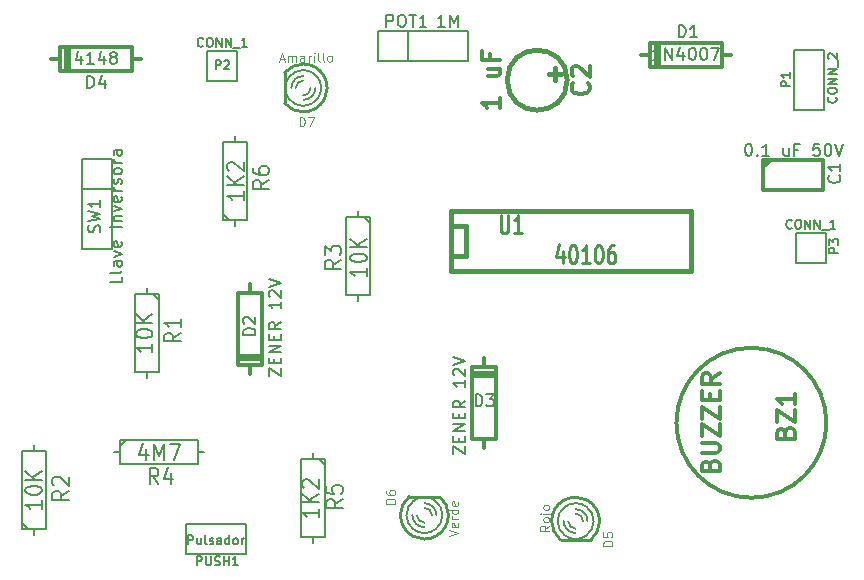
<source format=gto>
G04 (created by PCBNEW (2013-june-11)-stable) date Tue 26 Nov 2013 22:50:24 ART*
%MOIN*%
G04 Gerber Fmt 3.4, Leading zero omitted, Abs format*
%FSLAX34Y34*%
G01*
G70*
G90*
G04 APERTURE LIST*
%ADD10C,0.00590551*%
%ADD11C,0.008*%
%ADD12C,0.006*%
%ADD13C,0.01*%
%ADD14C,0.015*%
%ADD15C,0.012*%
%ADD16C,0.0125*%
%ADD17C,0.0035*%
%ADD18C,0.01125*%
G04 APERTURE END LIST*
G54D10*
G54D11*
X89779Y-42500D02*
X89779Y-42700D01*
X89779Y-45500D02*
X89779Y-45300D01*
X89779Y-45300D02*
X90179Y-45300D01*
X90179Y-45300D02*
X90179Y-42700D01*
X90179Y-42700D02*
X89379Y-42700D01*
X89379Y-42700D02*
X89379Y-45300D01*
X89379Y-45300D02*
X89779Y-45300D01*
X89979Y-42700D02*
X90179Y-42900D01*
X84240Y-37000D02*
X84240Y-37200D01*
X84240Y-40000D02*
X84240Y-39800D01*
X84240Y-39800D02*
X84640Y-39800D01*
X84640Y-39800D02*
X84640Y-37200D01*
X84640Y-37200D02*
X83840Y-37200D01*
X83840Y-37200D02*
X83840Y-39800D01*
X83840Y-39800D02*
X84240Y-39800D01*
X84440Y-37200D02*
X84640Y-37400D01*
X87179Y-34920D02*
X87179Y-34720D01*
X87179Y-31920D02*
X87179Y-32120D01*
X87179Y-32120D02*
X86779Y-32120D01*
X86779Y-32120D02*
X86779Y-34720D01*
X86779Y-34720D02*
X87579Y-34720D01*
X87579Y-34720D02*
X87579Y-32120D01*
X87579Y-32120D02*
X87179Y-32120D01*
X86979Y-34720D02*
X86779Y-34520D01*
X83140Y-42459D02*
X83340Y-42459D01*
X86140Y-42459D02*
X85940Y-42459D01*
X85940Y-42459D02*
X85940Y-42059D01*
X85940Y-42059D02*
X83340Y-42059D01*
X83340Y-42059D02*
X83340Y-42859D01*
X83340Y-42859D02*
X85940Y-42859D01*
X85940Y-42859D02*
X85940Y-42459D01*
X83340Y-42259D02*
X83540Y-42059D01*
X80459Y-45220D02*
X80459Y-45020D01*
X80459Y-42220D02*
X80459Y-42420D01*
X80459Y-42420D02*
X80059Y-42420D01*
X80059Y-42420D02*
X80059Y-45020D01*
X80059Y-45020D02*
X80859Y-45020D01*
X80859Y-45020D02*
X80859Y-42420D01*
X80859Y-42420D02*
X80459Y-42420D01*
X80259Y-45020D02*
X80059Y-44820D01*
X91279Y-34420D02*
X91279Y-34620D01*
X91279Y-37420D02*
X91279Y-37220D01*
X91279Y-37220D02*
X91679Y-37220D01*
X91679Y-37220D02*
X91679Y-34620D01*
X91679Y-34620D02*
X90879Y-34620D01*
X90879Y-34620D02*
X90879Y-37220D01*
X90879Y-37220D02*
X91279Y-37220D01*
X91479Y-34620D02*
X91679Y-34820D01*
G54D12*
X82059Y-32700D02*
X83059Y-32700D01*
X83059Y-32700D02*
X83059Y-35700D01*
X83059Y-35700D02*
X82059Y-35700D01*
X82059Y-35700D02*
X82059Y-32700D01*
X83059Y-33700D02*
X82059Y-33700D01*
X91920Y-29420D02*
X91920Y-28420D01*
X91920Y-28420D02*
X94920Y-28420D01*
X94920Y-28420D02*
X94920Y-29420D01*
X94920Y-29420D02*
X91920Y-29420D01*
X92920Y-28420D02*
X92920Y-29420D01*
X106800Y-31040D02*
X105800Y-31040D01*
X105800Y-31040D02*
X105800Y-29040D01*
X105800Y-29040D02*
X106800Y-29040D01*
X106800Y-29040D02*
X106800Y-31040D01*
X87520Y-44859D02*
X87520Y-45859D01*
X87520Y-45859D02*
X85520Y-45859D01*
X85520Y-45859D02*
X85520Y-44859D01*
X85520Y-44859D02*
X87520Y-44859D01*
X106859Y-36140D02*
X105859Y-36140D01*
X105859Y-35140D02*
X106859Y-35140D01*
X105859Y-36140D02*
X105859Y-35140D01*
X106859Y-35140D02*
X106859Y-36140D01*
X87240Y-30080D02*
X86240Y-30080D01*
X86240Y-29080D02*
X87240Y-29080D01*
X86240Y-30080D02*
X86240Y-29080D01*
X87240Y-29080D02*
X87240Y-30080D01*
G54D13*
X88820Y-29820D02*
X88820Y-30820D01*
G54D12*
X89901Y-30704D02*
G75*
G03X90040Y-30320I-460J384D01*
G74*
G01*
X90039Y-30320D02*
G75*
G03X89888Y-29922I-599J0D01*
G74*
G01*
X88840Y-30320D02*
G75*
G03X88985Y-30709I599J0D01*
G74*
G01*
X88979Y-29935D02*
G75*
G03X88840Y-30320I460J-384D01*
G74*
G01*
X88952Y-30669D02*
G75*
G03X89440Y-30920I487J349D01*
G74*
G01*
X89440Y-30920D02*
G75*
G03X89919Y-30680I0J600D01*
G74*
G01*
X89440Y-29720D02*
G75*
G03X88967Y-29951I0J-599D01*
G74*
G01*
X89913Y-29951D02*
G75*
G03X89440Y-29720I-473J-368D01*
G74*
G01*
X89440Y-30570D02*
G75*
G03X89690Y-30320I0J250D01*
G74*
G01*
X89440Y-30720D02*
G75*
G03X89840Y-30320I0J400D01*
G74*
G01*
X89440Y-30070D02*
G75*
G03X89190Y-30320I0J-250D01*
G74*
G01*
X89440Y-29920D02*
G75*
G03X89040Y-30320I0J-400D01*
G74*
G01*
G54D13*
X88826Y-30833D02*
G75*
G03X89440Y-31120I613J513D01*
G74*
G01*
X89440Y-31119D02*
G75*
G03X90144Y-30696I0J799D01*
G74*
G01*
X89438Y-29521D02*
G75*
G03X88829Y-29804I1J-798D01*
G74*
G01*
X90134Y-29922D02*
G75*
G03X89440Y-29520I-694J-397D01*
G74*
G01*
X90144Y-30699D02*
G75*
G03X90240Y-30320I-704J379D01*
G74*
G01*
X90239Y-30320D02*
G75*
G03X90121Y-29901I-799J0D01*
G74*
G01*
X98020Y-45379D02*
X99020Y-45379D01*
G54D12*
X98904Y-44298D02*
G75*
G03X98520Y-44159I-384J-460D01*
G74*
G01*
X98520Y-44160D02*
G75*
G03X98122Y-44311I0J-599D01*
G74*
G01*
X98520Y-45359D02*
G75*
G03X98910Y-45214I0J599D01*
G74*
G01*
X98136Y-45220D02*
G75*
G03X98520Y-45359I384J460D01*
G74*
G01*
X98869Y-45247D02*
G75*
G03X99120Y-44759I-349J487D01*
G74*
G01*
X99120Y-44759D02*
G75*
G03X98880Y-44280I-600J0D01*
G74*
G01*
X97920Y-44759D02*
G75*
G03X98151Y-45232I599J0D01*
G74*
G01*
X98151Y-44286D02*
G75*
G03X97920Y-44759I368J-473D01*
G74*
G01*
X98770Y-44759D02*
G75*
G03X98520Y-44509I-250J0D01*
G74*
G01*
X98920Y-44759D02*
G75*
G03X98520Y-44359I-400J0D01*
G74*
G01*
X98270Y-44759D02*
G75*
G03X98520Y-45009I250J0D01*
G74*
G01*
X98120Y-44759D02*
G75*
G03X98520Y-45159I400J0D01*
G74*
G01*
G54D13*
X99033Y-45373D02*
G75*
G03X99320Y-44759I-513J613D01*
G74*
G01*
X99319Y-44759D02*
G75*
G03X98896Y-44055I-799J0D01*
G74*
G01*
X97721Y-44761D02*
G75*
G03X98004Y-45370I798J1D01*
G74*
G01*
X98122Y-44065D02*
G75*
G03X97720Y-44759I397J-694D01*
G74*
G01*
X98899Y-44055D02*
G75*
G03X98520Y-43959I-379J-704D01*
G74*
G01*
X98520Y-43960D02*
G75*
G03X98101Y-44078I0J-799D01*
G74*
G01*
X93979Y-43939D02*
X92979Y-43939D01*
G54D12*
X93095Y-45020D02*
G75*
G03X93479Y-45159I384J460D01*
G74*
G01*
X93479Y-45159D02*
G75*
G03X93877Y-45007I0J599D01*
G74*
G01*
X93479Y-43960D02*
G75*
G03X93089Y-44104I0J-599D01*
G74*
G01*
X93863Y-44098D02*
G75*
G03X93479Y-43959I-384J-460D01*
G74*
G01*
X93130Y-44071D02*
G75*
G03X92879Y-44559I349J-487D01*
G74*
G01*
X92879Y-44559D02*
G75*
G03X93119Y-45039I600J0D01*
G74*
G01*
X94079Y-44559D02*
G75*
G03X93848Y-44086I-599J0D01*
G74*
G01*
X93848Y-45033D02*
G75*
G03X94079Y-44559I-368J473D01*
G74*
G01*
X93229Y-44559D02*
G75*
G03X93479Y-44809I250J0D01*
G74*
G01*
X93079Y-44559D02*
G75*
G03X93479Y-44959I400J0D01*
G74*
G01*
X93729Y-44559D02*
G75*
G03X93479Y-44309I-250J0D01*
G74*
G01*
X93879Y-44559D02*
G75*
G03X93479Y-44159I-400J0D01*
G74*
G01*
G54D13*
X92966Y-43946D02*
G75*
G03X92679Y-44559I513J-613D01*
G74*
G01*
X92680Y-44559D02*
G75*
G03X93103Y-45264I799J0D01*
G74*
G01*
X94278Y-44558D02*
G75*
G03X93995Y-43949I-798J-1D01*
G74*
G01*
X93877Y-45254D02*
G75*
G03X94279Y-44559I-397J694D01*
G74*
G01*
X93100Y-45264D02*
G75*
G03X93479Y-45359I379J704D01*
G74*
G01*
X93479Y-45359D02*
G75*
G03X93898Y-45240I0J799D01*
G74*
G01*
G54D14*
X97840Y-30060D02*
X97840Y-29640D01*
X98040Y-29860D02*
X97630Y-29860D01*
X98240Y-30060D02*
G75*
G03X98240Y-30060I-1000J0D01*
G74*
G01*
X94359Y-34420D02*
X102359Y-34420D01*
X102359Y-36420D02*
X94359Y-36420D01*
X94359Y-36420D02*
X94359Y-34420D01*
X94359Y-34920D02*
X94859Y-34920D01*
X94859Y-34920D02*
X94859Y-35920D01*
X94859Y-35920D02*
X94359Y-35920D01*
X102359Y-34420D02*
X102359Y-36420D01*
G54D15*
X95479Y-39320D02*
X95479Y-39620D01*
X95479Y-39620D02*
X95079Y-39620D01*
X95079Y-39620D02*
X95079Y-42020D01*
X95079Y-42020D02*
X95479Y-42020D01*
X95479Y-42020D02*
X95479Y-42320D01*
X95479Y-42020D02*
X95879Y-42020D01*
X95879Y-42020D02*
X95879Y-39620D01*
X95879Y-39620D02*
X95479Y-39620D01*
X95079Y-39820D02*
X95879Y-39820D01*
X95879Y-39920D02*
X95079Y-39920D01*
X87679Y-39860D02*
X87679Y-39560D01*
X87679Y-39560D02*
X88079Y-39560D01*
X88079Y-39560D02*
X88079Y-37160D01*
X88079Y-37160D02*
X87679Y-37160D01*
X87679Y-37160D02*
X87679Y-36860D01*
X87679Y-37160D02*
X87279Y-37160D01*
X87279Y-37160D02*
X87279Y-39560D01*
X87279Y-39560D02*
X87679Y-39560D01*
X88079Y-39360D02*
X87279Y-39360D01*
X87279Y-39260D02*
X88079Y-39260D01*
X81040Y-29360D02*
X81340Y-29360D01*
X81340Y-29360D02*
X81340Y-29760D01*
X81340Y-29760D02*
X83740Y-29760D01*
X83740Y-29760D02*
X83740Y-29360D01*
X83740Y-29360D02*
X84040Y-29360D01*
X83740Y-29360D02*
X83740Y-28960D01*
X83740Y-28960D02*
X81340Y-28960D01*
X81340Y-28960D02*
X81340Y-29360D01*
X81540Y-29760D02*
X81540Y-28960D01*
X81640Y-28960D02*
X81640Y-29760D01*
X100700Y-29220D02*
X101000Y-29220D01*
X101000Y-29220D02*
X101000Y-29620D01*
X101000Y-29620D02*
X103400Y-29620D01*
X103400Y-29620D02*
X103400Y-29220D01*
X103400Y-29220D02*
X103700Y-29220D01*
X103400Y-29220D02*
X103400Y-28820D01*
X103400Y-28820D02*
X101000Y-28820D01*
X101000Y-28820D02*
X101000Y-29220D01*
X101200Y-29620D02*
X101200Y-28820D01*
X101300Y-28820D02*
X101300Y-29620D01*
X104799Y-32720D02*
X106779Y-32720D01*
X106779Y-32720D02*
X106779Y-33720D01*
X106779Y-33720D02*
X104779Y-33720D01*
X104779Y-33720D02*
X104779Y-32720D01*
X104779Y-32970D02*
X105029Y-32720D01*
G54D16*
X106879Y-41479D02*
G75*
G03X106879Y-41479I-2500J0D01*
G74*
G01*
G54D11*
X90752Y-44033D02*
X90490Y-44200D01*
X90752Y-44319D02*
X90202Y-44319D01*
X90202Y-44128D01*
X90228Y-44080D01*
X90254Y-44057D01*
X90307Y-44033D01*
X90385Y-44033D01*
X90438Y-44057D01*
X90464Y-44080D01*
X90490Y-44128D01*
X90490Y-44319D01*
X90202Y-43580D02*
X90202Y-43819D01*
X90464Y-43842D01*
X90438Y-43819D01*
X90412Y-43771D01*
X90412Y-43652D01*
X90438Y-43604D01*
X90464Y-43580D01*
X90516Y-43557D01*
X90647Y-43557D01*
X90700Y-43580D01*
X90726Y-43604D01*
X90752Y-43652D01*
X90752Y-43771D01*
X90726Y-43819D01*
X90700Y-43842D01*
X89952Y-44345D02*
X89952Y-44630D01*
X89952Y-44488D02*
X89402Y-44488D01*
X89481Y-44535D01*
X89533Y-44583D01*
X89559Y-44630D01*
X89952Y-44130D02*
X89402Y-44130D01*
X89952Y-43845D02*
X89638Y-44059D01*
X89402Y-43845D02*
X89716Y-44130D01*
X89454Y-43654D02*
X89428Y-43630D01*
X89402Y-43583D01*
X89402Y-43464D01*
X89428Y-43416D01*
X89454Y-43392D01*
X89507Y-43369D01*
X89559Y-43369D01*
X89638Y-43392D01*
X89952Y-43678D01*
X89952Y-43369D01*
X85362Y-38483D02*
X85100Y-38650D01*
X85362Y-38769D02*
X84812Y-38769D01*
X84812Y-38578D01*
X84838Y-38530D01*
X84865Y-38507D01*
X84917Y-38483D01*
X84996Y-38483D01*
X85048Y-38507D01*
X85074Y-38530D01*
X85100Y-38578D01*
X85100Y-38769D01*
X85362Y-38007D02*
X85362Y-38292D01*
X85362Y-38150D02*
X84812Y-38150D01*
X84891Y-38197D01*
X84943Y-38245D01*
X84969Y-38292D01*
X84412Y-38845D02*
X84412Y-39130D01*
X84412Y-38988D02*
X83862Y-38988D01*
X83941Y-39035D01*
X83993Y-39083D01*
X84019Y-39130D01*
X83862Y-38535D02*
X83862Y-38488D01*
X83888Y-38440D01*
X83915Y-38416D01*
X83967Y-38392D01*
X84072Y-38369D01*
X84203Y-38369D01*
X84308Y-38392D01*
X84360Y-38416D01*
X84386Y-38440D01*
X84412Y-38488D01*
X84412Y-38535D01*
X84386Y-38583D01*
X84360Y-38607D01*
X84308Y-38630D01*
X84203Y-38654D01*
X84072Y-38654D01*
X83967Y-38630D01*
X83915Y-38607D01*
X83888Y-38583D01*
X83862Y-38535D01*
X84412Y-38154D02*
X83862Y-38154D01*
X84412Y-37869D02*
X84098Y-38083D01*
X83862Y-37869D02*
X84177Y-38154D01*
X88302Y-33403D02*
X88040Y-33570D01*
X88302Y-33689D02*
X87752Y-33689D01*
X87752Y-33498D01*
X87778Y-33450D01*
X87804Y-33427D01*
X87857Y-33403D01*
X87935Y-33403D01*
X87988Y-33427D01*
X88014Y-33450D01*
X88040Y-33498D01*
X88040Y-33689D01*
X87752Y-32974D02*
X87752Y-33070D01*
X87778Y-33117D01*
X87804Y-33141D01*
X87883Y-33189D01*
X87988Y-33212D01*
X88197Y-33212D01*
X88250Y-33189D01*
X88276Y-33165D01*
X88302Y-33117D01*
X88302Y-33022D01*
X88276Y-32974D01*
X88250Y-32950D01*
X88197Y-32927D01*
X88066Y-32927D01*
X88014Y-32950D01*
X87988Y-32974D01*
X87962Y-33022D01*
X87962Y-33117D01*
X87988Y-33165D01*
X88014Y-33189D01*
X88066Y-33212D01*
X87452Y-33765D02*
X87452Y-34050D01*
X87452Y-33908D02*
X86902Y-33908D01*
X86981Y-33955D01*
X87033Y-34003D01*
X87059Y-34050D01*
X87452Y-33550D02*
X86902Y-33550D01*
X87452Y-33265D02*
X87138Y-33479D01*
X86902Y-33265D02*
X87216Y-33550D01*
X86954Y-33074D02*
X86928Y-33050D01*
X86902Y-33003D01*
X86902Y-32884D01*
X86928Y-32836D01*
X86954Y-32812D01*
X87007Y-32789D01*
X87059Y-32789D01*
X87138Y-32812D01*
X87452Y-33098D01*
X87452Y-32789D01*
X84606Y-43532D02*
X84440Y-43270D01*
X84321Y-43532D02*
X84321Y-42982D01*
X84511Y-42982D01*
X84559Y-43008D01*
X84583Y-43034D01*
X84606Y-43087D01*
X84606Y-43165D01*
X84583Y-43218D01*
X84559Y-43244D01*
X84511Y-43270D01*
X84321Y-43270D01*
X85035Y-43165D02*
X85035Y-43532D01*
X84916Y-42956D02*
X84797Y-43349D01*
X85106Y-43349D01*
X84211Y-42365D02*
X84211Y-42732D01*
X84092Y-42156D02*
X83973Y-42549D01*
X84283Y-42549D01*
X84473Y-42732D02*
X84473Y-42182D01*
X84640Y-42575D01*
X84806Y-42182D01*
X84806Y-42732D01*
X84997Y-42182D02*
X85330Y-42182D01*
X85116Y-42732D01*
X81632Y-43753D02*
X81370Y-43920D01*
X81632Y-44039D02*
X81082Y-44039D01*
X81082Y-43848D01*
X81108Y-43801D01*
X81134Y-43777D01*
X81187Y-43753D01*
X81265Y-43753D01*
X81318Y-43777D01*
X81344Y-43801D01*
X81370Y-43848D01*
X81370Y-44039D01*
X81134Y-43562D02*
X81108Y-43539D01*
X81082Y-43491D01*
X81082Y-43372D01*
X81108Y-43324D01*
X81134Y-43301D01*
X81187Y-43277D01*
X81239Y-43277D01*
X81318Y-43301D01*
X81632Y-43586D01*
X81632Y-43277D01*
X80732Y-44065D02*
X80732Y-44351D01*
X80732Y-44208D02*
X80182Y-44208D01*
X80261Y-44255D01*
X80313Y-44303D01*
X80339Y-44351D01*
X80182Y-43755D02*
X80182Y-43708D01*
X80208Y-43660D01*
X80234Y-43636D01*
X80287Y-43612D01*
X80391Y-43589D01*
X80522Y-43589D01*
X80627Y-43612D01*
X80680Y-43636D01*
X80706Y-43660D01*
X80732Y-43708D01*
X80732Y-43755D01*
X80706Y-43803D01*
X80680Y-43827D01*
X80627Y-43851D01*
X80522Y-43874D01*
X80391Y-43874D01*
X80287Y-43851D01*
X80234Y-43827D01*
X80208Y-43803D01*
X80182Y-43755D01*
X80732Y-43374D02*
X80182Y-43374D01*
X80732Y-43089D02*
X80418Y-43303D01*
X80182Y-43089D02*
X80496Y-43374D01*
X90702Y-36053D02*
X90440Y-36220D01*
X90702Y-36339D02*
X90152Y-36339D01*
X90152Y-36148D01*
X90178Y-36100D01*
X90204Y-36077D01*
X90257Y-36053D01*
X90335Y-36053D01*
X90388Y-36077D01*
X90414Y-36100D01*
X90440Y-36148D01*
X90440Y-36339D01*
X90152Y-35886D02*
X90152Y-35577D01*
X90362Y-35743D01*
X90362Y-35672D01*
X90388Y-35624D01*
X90414Y-35600D01*
X90466Y-35577D01*
X90597Y-35577D01*
X90650Y-35600D01*
X90676Y-35624D01*
X90702Y-35672D01*
X90702Y-35815D01*
X90676Y-35862D01*
X90650Y-35886D01*
X91552Y-36315D02*
X91552Y-36600D01*
X91552Y-36458D02*
X91002Y-36458D01*
X91081Y-36505D01*
X91133Y-36553D01*
X91159Y-36600D01*
X91002Y-36005D02*
X91002Y-35958D01*
X91028Y-35910D01*
X91054Y-35886D01*
X91107Y-35862D01*
X91212Y-35839D01*
X91343Y-35839D01*
X91447Y-35862D01*
X91500Y-35886D01*
X91526Y-35910D01*
X91552Y-35958D01*
X91552Y-36005D01*
X91526Y-36053D01*
X91500Y-36077D01*
X91447Y-36100D01*
X91343Y-36124D01*
X91212Y-36124D01*
X91107Y-36100D01*
X91054Y-36077D01*
X91028Y-36053D01*
X91002Y-36005D01*
X91552Y-35624D02*
X91002Y-35624D01*
X91552Y-35339D02*
X91238Y-35553D01*
X91002Y-35339D02*
X91316Y-35624D01*
G54D12*
X82652Y-35133D02*
X82671Y-35076D01*
X82671Y-34980D01*
X82652Y-34942D01*
X82633Y-34923D01*
X82595Y-34904D01*
X82557Y-34904D01*
X82519Y-34923D01*
X82500Y-34942D01*
X82481Y-34980D01*
X82462Y-35057D01*
X82443Y-35095D01*
X82424Y-35114D01*
X82386Y-35133D01*
X82347Y-35133D01*
X82309Y-35114D01*
X82290Y-35095D01*
X82271Y-35057D01*
X82271Y-34961D01*
X82290Y-34904D01*
X82271Y-34771D02*
X82671Y-34676D01*
X82386Y-34600D01*
X82671Y-34523D01*
X82271Y-34428D01*
X82671Y-34066D02*
X82671Y-34295D01*
X82671Y-34180D02*
X82271Y-34180D01*
X82328Y-34219D01*
X82366Y-34257D01*
X82386Y-34295D01*
X83390Y-36609D02*
X83390Y-36799D01*
X82990Y-36799D01*
X83390Y-36418D02*
X83371Y-36456D01*
X83332Y-36475D01*
X82990Y-36475D01*
X83390Y-36094D02*
X83180Y-36094D01*
X83142Y-36113D01*
X83123Y-36152D01*
X83123Y-36228D01*
X83142Y-36266D01*
X83371Y-36094D02*
X83390Y-36132D01*
X83390Y-36228D01*
X83371Y-36266D01*
X83332Y-36285D01*
X83294Y-36285D01*
X83256Y-36266D01*
X83237Y-36228D01*
X83237Y-36132D01*
X83218Y-36094D01*
X83123Y-35942D02*
X83390Y-35847D01*
X83123Y-35752D01*
X83371Y-35447D02*
X83390Y-35485D01*
X83390Y-35561D01*
X83371Y-35599D01*
X83332Y-35618D01*
X83180Y-35618D01*
X83142Y-35599D01*
X83123Y-35561D01*
X83123Y-35485D01*
X83142Y-35447D01*
X83180Y-35428D01*
X83218Y-35428D01*
X83256Y-35618D01*
X83390Y-34952D02*
X82990Y-34952D01*
X83123Y-34761D02*
X83390Y-34761D01*
X83161Y-34761D02*
X83142Y-34742D01*
X83123Y-34704D01*
X83123Y-34647D01*
X83142Y-34609D01*
X83180Y-34590D01*
X83390Y-34590D01*
X83123Y-34437D02*
X83390Y-34342D01*
X83123Y-34247D01*
X83371Y-33942D02*
X83390Y-33980D01*
X83390Y-34056D01*
X83371Y-34094D01*
X83332Y-34113D01*
X83180Y-34113D01*
X83142Y-34094D01*
X83123Y-34056D01*
X83123Y-33980D01*
X83142Y-33942D01*
X83180Y-33923D01*
X83218Y-33923D01*
X83256Y-34113D01*
X83390Y-33752D02*
X83123Y-33752D01*
X83199Y-33752D02*
X83161Y-33732D01*
X83142Y-33713D01*
X83123Y-33675D01*
X83123Y-33637D01*
X83371Y-33523D02*
X83390Y-33485D01*
X83390Y-33409D01*
X83371Y-33371D01*
X83332Y-33352D01*
X83313Y-33352D01*
X83275Y-33371D01*
X83256Y-33409D01*
X83256Y-33466D01*
X83237Y-33504D01*
X83199Y-33523D01*
X83180Y-33523D01*
X83142Y-33504D01*
X83123Y-33466D01*
X83123Y-33409D01*
X83142Y-33371D01*
X83390Y-33123D02*
X83371Y-33161D01*
X83351Y-33180D01*
X83313Y-33199D01*
X83199Y-33199D01*
X83161Y-33180D01*
X83142Y-33161D01*
X83123Y-33123D01*
X83123Y-33066D01*
X83142Y-33028D01*
X83161Y-33009D01*
X83199Y-32990D01*
X83313Y-32990D01*
X83351Y-33009D01*
X83371Y-33028D01*
X83390Y-33066D01*
X83390Y-33123D01*
X83390Y-32818D02*
X83123Y-32818D01*
X83199Y-32818D02*
X83161Y-32799D01*
X83142Y-32780D01*
X83123Y-32742D01*
X83123Y-32704D01*
X83390Y-32399D02*
X83180Y-32399D01*
X83142Y-32418D01*
X83123Y-32456D01*
X83123Y-32532D01*
X83142Y-32571D01*
X83371Y-32399D02*
X83390Y-32437D01*
X83390Y-32532D01*
X83371Y-32571D01*
X83332Y-32590D01*
X83294Y-32590D01*
X83256Y-32571D01*
X83237Y-32532D01*
X83237Y-32437D01*
X83218Y-32399D01*
X92212Y-28281D02*
X92212Y-27881D01*
X92365Y-27881D01*
X92403Y-27900D01*
X92422Y-27920D01*
X92441Y-27958D01*
X92441Y-28015D01*
X92422Y-28053D01*
X92403Y-28072D01*
X92365Y-28091D01*
X92212Y-28091D01*
X92689Y-27881D02*
X92765Y-27881D01*
X92803Y-27900D01*
X92841Y-27939D01*
X92860Y-28015D01*
X92860Y-28148D01*
X92841Y-28224D01*
X92803Y-28262D01*
X92765Y-28281D01*
X92689Y-28281D01*
X92651Y-28262D01*
X92612Y-28224D01*
X92593Y-28148D01*
X92593Y-28015D01*
X92612Y-27939D01*
X92651Y-27900D01*
X92689Y-27881D01*
X92974Y-27881D02*
X93203Y-27881D01*
X93089Y-28281D02*
X93089Y-27881D01*
X93546Y-28281D02*
X93317Y-28281D01*
X93431Y-28281D02*
X93431Y-27881D01*
X93393Y-27939D01*
X93355Y-27977D01*
X93317Y-27996D01*
X94155Y-28281D02*
X93927Y-28281D01*
X94041Y-28281D02*
X94041Y-27881D01*
X94003Y-27939D01*
X93965Y-27977D01*
X93927Y-27996D01*
X94327Y-28281D02*
X94327Y-27881D01*
X94460Y-28167D01*
X94593Y-27881D01*
X94593Y-28281D01*
X105671Y-30261D02*
X105371Y-30261D01*
X105371Y-30147D01*
X105385Y-30118D01*
X105400Y-30104D01*
X105428Y-30090D01*
X105471Y-30090D01*
X105500Y-30104D01*
X105514Y-30118D01*
X105528Y-30147D01*
X105528Y-30261D01*
X105671Y-29804D02*
X105671Y-29975D01*
X105671Y-29890D02*
X105371Y-29890D01*
X105414Y-29918D01*
X105442Y-29947D01*
X105457Y-29975D01*
X107192Y-30625D02*
X107207Y-30640D01*
X107221Y-30682D01*
X107221Y-30711D01*
X107207Y-30754D01*
X107178Y-30782D01*
X107150Y-30797D01*
X107092Y-30811D01*
X107050Y-30811D01*
X106992Y-30797D01*
X106964Y-30782D01*
X106935Y-30754D01*
X106921Y-30711D01*
X106921Y-30682D01*
X106935Y-30640D01*
X106950Y-30625D01*
X106921Y-30440D02*
X106921Y-30382D01*
X106935Y-30354D01*
X106964Y-30325D01*
X107021Y-30311D01*
X107121Y-30311D01*
X107178Y-30325D01*
X107207Y-30354D01*
X107221Y-30382D01*
X107221Y-30440D01*
X107207Y-30468D01*
X107178Y-30497D01*
X107121Y-30511D01*
X107021Y-30511D01*
X106964Y-30497D01*
X106935Y-30468D01*
X106921Y-30440D01*
X107221Y-30182D02*
X106921Y-30182D01*
X107221Y-30011D01*
X106921Y-30011D01*
X107221Y-29868D02*
X106921Y-29868D01*
X107221Y-29697D01*
X106921Y-29697D01*
X107250Y-29625D02*
X107250Y-29397D01*
X106950Y-29339D02*
X106935Y-29325D01*
X106921Y-29297D01*
X106921Y-29225D01*
X106935Y-29197D01*
X106950Y-29182D01*
X106978Y-29168D01*
X107007Y-29168D01*
X107050Y-29182D01*
X107221Y-29354D01*
X107221Y-29168D01*
X85891Y-46231D02*
X85891Y-45931D01*
X86005Y-45931D01*
X86034Y-45945D01*
X86048Y-45959D01*
X86062Y-45988D01*
X86062Y-46031D01*
X86048Y-46059D01*
X86034Y-46074D01*
X86005Y-46088D01*
X85891Y-46088D01*
X86191Y-45931D02*
X86191Y-46174D01*
X86205Y-46202D01*
X86220Y-46216D01*
X86248Y-46231D01*
X86305Y-46231D01*
X86334Y-46216D01*
X86348Y-46202D01*
X86362Y-46174D01*
X86362Y-45931D01*
X86491Y-46216D02*
X86534Y-46231D01*
X86605Y-46231D01*
X86634Y-46216D01*
X86648Y-46202D01*
X86662Y-46174D01*
X86662Y-46145D01*
X86648Y-46116D01*
X86634Y-46102D01*
X86605Y-46088D01*
X86548Y-46074D01*
X86520Y-46059D01*
X86505Y-46045D01*
X86491Y-46016D01*
X86491Y-45988D01*
X86505Y-45959D01*
X86520Y-45945D01*
X86548Y-45931D01*
X86620Y-45931D01*
X86662Y-45945D01*
X86791Y-46231D02*
X86791Y-45931D01*
X86791Y-46074D02*
X86962Y-46074D01*
X86962Y-46231D02*
X86962Y-45931D01*
X87262Y-46231D02*
X87091Y-46231D01*
X87177Y-46231D02*
X87177Y-45931D01*
X87148Y-45974D01*
X87120Y-46002D01*
X87091Y-46016D01*
X85605Y-45531D02*
X85605Y-45231D01*
X85720Y-45231D01*
X85748Y-45245D01*
X85762Y-45259D01*
X85777Y-45288D01*
X85777Y-45331D01*
X85762Y-45359D01*
X85748Y-45374D01*
X85720Y-45388D01*
X85605Y-45388D01*
X86034Y-45331D02*
X86034Y-45531D01*
X85905Y-45331D02*
X85905Y-45488D01*
X85920Y-45516D01*
X85948Y-45531D01*
X85991Y-45531D01*
X86020Y-45516D01*
X86034Y-45502D01*
X86220Y-45531D02*
X86191Y-45516D01*
X86177Y-45488D01*
X86177Y-45231D01*
X86320Y-45516D02*
X86348Y-45531D01*
X86405Y-45531D01*
X86434Y-45516D01*
X86448Y-45488D01*
X86448Y-45474D01*
X86434Y-45445D01*
X86405Y-45431D01*
X86362Y-45431D01*
X86334Y-45416D01*
X86320Y-45388D01*
X86320Y-45374D01*
X86334Y-45345D01*
X86362Y-45331D01*
X86405Y-45331D01*
X86434Y-45345D01*
X86705Y-45531D02*
X86705Y-45374D01*
X86691Y-45345D01*
X86662Y-45331D01*
X86605Y-45331D01*
X86577Y-45345D01*
X86705Y-45516D02*
X86677Y-45531D01*
X86605Y-45531D01*
X86577Y-45516D01*
X86562Y-45488D01*
X86562Y-45459D01*
X86577Y-45431D01*
X86605Y-45416D01*
X86677Y-45416D01*
X86705Y-45402D01*
X86977Y-45531D02*
X86977Y-45231D01*
X86977Y-45516D02*
X86948Y-45531D01*
X86891Y-45531D01*
X86862Y-45516D01*
X86848Y-45502D01*
X86834Y-45474D01*
X86834Y-45388D01*
X86848Y-45359D01*
X86862Y-45345D01*
X86891Y-45331D01*
X86948Y-45331D01*
X86977Y-45345D01*
X87162Y-45531D02*
X87134Y-45516D01*
X87120Y-45502D01*
X87105Y-45474D01*
X87105Y-45388D01*
X87120Y-45359D01*
X87134Y-45345D01*
X87162Y-45331D01*
X87205Y-45331D01*
X87234Y-45345D01*
X87248Y-45359D01*
X87262Y-45388D01*
X87262Y-45474D01*
X87248Y-45502D01*
X87234Y-45516D01*
X87205Y-45531D01*
X87162Y-45531D01*
X87391Y-45531D02*
X87391Y-45331D01*
X87391Y-45388D02*
X87405Y-45359D01*
X87420Y-45345D01*
X87448Y-45331D01*
X87477Y-45331D01*
X107281Y-35811D02*
X106981Y-35811D01*
X106981Y-35697D01*
X106995Y-35668D01*
X107009Y-35654D01*
X107038Y-35640D01*
X107081Y-35640D01*
X107109Y-35654D01*
X107124Y-35668D01*
X107138Y-35697D01*
X107138Y-35811D01*
X106981Y-35540D02*
X106981Y-35354D01*
X107095Y-35454D01*
X107095Y-35411D01*
X107109Y-35382D01*
X107124Y-35368D01*
X107152Y-35354D01*
X107224Y-35354D01*
X107252Y-35368D01*
X107266Y-35382D01*
X107281Y-35411D01*
X107281Y-35497D01*
X107266Y-35525D01*
X107252Y-35540D01*
X105724Y-34982D02*
X105709Y-34997D01*
X105666Y-35011D01*
X105638Y-35011D01*
X105595Y-34997D01*
X105566Y-34968D01*
X105552Y-34940D01*
X105538Y-34882D01*
X105538Y-34840D01*
X105552Y-34782D01*
X105566Y-34754D01*
X105595Y-34725D01*
X105638Y-34711D01*
X105666Y-34711D01*
X105709Y-34725D01*
X105724Y-34740D01*
X105909Y-34711D02*
X105966Y-34711D01*
X105995Y-34725D01*
X106024Y-34754D01*
X106038Y-34811D01*
X106038Y-34911D01*
X106024Y-34968D01*
X105995Y-34997D01*
X105966Y-35011D01*
X105909Y-35011D01*
X105881Y-34997D01*
X105852Y-34968D01*
X105838Y-34911D01*
X105838Y-34811D01*
X105852Y-34754D01*
X105881Y-34725D01*
X105909Y-34711D01*
X106166Y-35011D02*
X106166Y-34711D01*
X106338Y-35011D01*
X106338Y-34711D01*
X106481Y-35011D02*
X106481Y-34711D01*
X106652Y-35011D01*
X106652Y-34711D01*
X106724Y-35040D02*
X106952Y-35040D01*
X107181Y-35011D02*
X107009Y-35011D01*
X107095Y-35011D02*
X107095Y-34711D01*
X107066Y-34754D01*
X107038Y-34782D01*
X107009Y-34797D01*
X86518Y-29701D02*
X86518Y-29401D01*
X86633Y-29401D01*
X86661Y-29415D01*
X86675Y-29430D01*
X86690Y-29458D01*
X86690Y-29501D01*
X86675Y-29530D01*
X86661Y-29544D01*
X86633Y-29558D01*
X86518Y-29558D01*
X86804Y-29430D02*
X86818Y-29415D01*
X86847Y-29401D01*
X86918Y-29401D01*
X86947Y-29415D01*
X86961Y-29430D01*
X86975Y-29458D01*
X86975Y-29487D01*
X86961Y-29530D01*
X86790Y-29701D01*
X86975Y-29701D01*
X86104Y-28922D02*
X86090Y-28937D01*
X86047Y-28951D01*
X86018Y-28951D01*
X85975Y-28937D01*
X85947Y-28908D01*
X85933Y-28880D01*
X85918Y-28822D01*
X85918Y-28780D01*
X85933Y-28722D01*
X85947Y-28694D01*
X85975Y-28665D01*
X86018Y-28651D01*
X86047Y-28651D01*
X86090Y-28665D01*
X86104Y-28680D01*
X86290Y-28651D02*
X86347Y-28651D01*
X86375Y-28665D01*
X86404Y-28694D01*
X86418Y-28751D01*
X86418Y-28851D01*
X86404Y-28908D01*
X86375Y-28937D01*
X86347Y-28951D01*
X86290Y-28951D01*
X86261Y-28937D01*
X86233Y-28908D01*
X86218Y-28851D01*
X86218Y-28751D01*
X86233Y-28694D01*
X86261Y-28665D01*
X86290Y-28651D01*
X86547Y-28951D02*
X86547Y-28651D01*
X86718Y-28951D01*
X86718Y-28651D01*
X86861Y-28951D02*
X86861Y-28651D01*
X87033Y-28951D01*
X87033Y-28651D01*
X87104Y-28980D02*
X87333Y-28980D01*
X87561Y-28951D02*
X87390Y-28951D01*
X87475Y-28951D02*
X87475Y-28651D01*
X87447Y-28694D01*
X87418Y-28722D01*
X87390Y-28737D01*
G54D17*
X89318Y-31591D02*
X89318Y-31291D01*
X89390Y-31291D01*
X89433Y-31305D01*
X89461Y-31334D01*
X89475Y-31362D01*
X89490Y-31420D01*
X89490Y-31462D01*
X89475Y-31520D01*
X89461Y-31548D01*
X89433Y-31577D01*
X89390Y-31591D01*
X89318Y-31591D01*
X89590Y-31291D02*
X89790Y-31291D01*
X89661Y-31591D01*
X88675Y-29355D02*
X88818Y-29355D01*
X88647Y-29441D02*
X88747Y-29141D01*
X88847Y-29441D01*
X88947Y-29441D02*
X88947Y-29241D01*
X88947Y-29270D02*
X88961Y-29255D01*
X88990Y-29241D01*
X89033Y-29241D01*
X89061Y-29255D01*
X89075Y-29284D01*
X89075Y-29441D01*
X89075Y-29284D02*
X89090Y-29255D01*
X89118Y-29241D01*
X89161Y-29241D01*
X89190Y-29255D01*
X89204Y-29284D01*
X89204Y-29441D01*
X89475Y-29441D02*
X89475Y-29284D01*
X89461Y-29255D01*
X89433Y-29241D01*
X89375Y-29241D01*
X89347Y-29255D01*
X89475Y-29427D02*
X89447Y-29441D01*
X89375Y-29441D01*
X89347Y-29427D01*
X89333Y-29398D01*
X89333Y-29370D01*
X89347Y-29341D01*
X89375Y-29327D01*
X89447Y-29327D01*
X89475Y-29312D01*
X89618Y-29441D02*
X89618Y-29241D01*
X89618Y-29298D02*
X89633Y-29270D01*
X89647Y-29255D01*
X89675Y-29241D01*
X89704Y-29241D01*
X89804Y-29441D02*
X89804Y-29241D01*
X89804Y-29141D02*
X89790Y-29155D01*
X89804Y-29170D01*
X89818Y-29155D01*
X89804Y-29141D01*
X89804Y-29170D01*
X89990Y-29441D02*
X89961Y-29427D01*
X89947Y-29398D01*
X89947Y-29141D01*
X90147Y-29441D02*
X90118Y-29427D01*
X90104Y-29398D01*
X90104Y-29141D01*
X90304Y-29441D02*
X90275Y-29427D01*
X90261Y-29412D01*
X90247Y-29384D01*
X90247Y-29298D01*
X90261Y-29270D01*
X90275Y-29255D01*
X90304Y-29241D01*
X90347Y-29241D01*
X90375Y-29255D01*
X90390Y-29270D01*
X90404Y-29298D01*
X90404Y-29384D01*
X90390Y-29412D01*
X90375Y-29427D01*
X90347Y-29441D01*
X90304Y-29441D01*
X99741Y-45581D02*
X99441Y-45581D01*
X99441Y-45509D01*
X99455Y-45466D01*
X99484Y-45438D01*
X99512Y-45424D01*
X99570Y-45409D01*
X99612Y-45409D01*
X99670Y-45424D01*
X99698Y-45438D01*
X99727Y-45466D01*
X99741Y-45509D01*
X99741Y-45581D01*
X99441Y-45138D02*
X99441Y-45281D01*
X99584Y-45295D01*
X99570Y-45281D01*
X99555Y-45252D01*
X99555Y-45181D01*
X99570Y-45152D01*
X99584Y-45138D01*
X99612Y-45124D01*
X99684Y-45124D01*
X99712Y-45138D01*
X99727Y-45152D01*
X99741Y-45181D01*
X99741Y-45252D01*
X99727Y-45281D01*
X99712Y-45295D01*
X97641Y-44909D02*
X97498Y-45009D01*
X97641Y-45081D02*
X97341Y-45081D01*
X97341Y-44966D01*
X97355Y-44938D01*
X97370Y-44924D01*
X97398Y-44909D01*
X97441Y-44909D01*
X97470Y-44924D01*
X97484Y-44938D01*
X97498Y-44966D01*
X97498Y-45081D01*
X97641Y-44738D02*
X97627Y-44766D01*
X97612Y-44781D01*
X97584Y-44795D01*
X97498Y-44795D01*
X97470Y-44781D01*
X97455Y-44766D01*
X97441Y-44738D01*
X97441Y-44695D01*
X97455Y-44666D01*
X97470Y-44652D01*
X97498Y-44638D01*
X97584Y-44638D01*
X97612Y-44652D01*
X97627Y-44666D01*
X97641Y-44695D01*
X97641Y-44738D01*
X97441Y-44509D02*
X97698Y-44509D01*
X97727Y-44524D01*
X97741Y-44552D01*
X97741Y-44566D01*
X97341Y-44509D02*
X97355Y-44524D01*
X97370Y-44509D01*
X97355Y-44495D01*
X97341Y-44509D01*
X97370Y-44509D01*
X97641Y-44324D02*
X97627Y-44352D01*
X97612Y-44366D01*
X97584Y-44381D01*
X97498Y-44381D01*
X97470Y-44366D01*
X97455Y-44352D01*
X97441Y-44324D01*
X97441Y-44281D01*
X97455Y-44252D01*
X97470Y-44238D01*
X97498Y-44224D01*
X97584Y-44224D01*
X97612Y-44238D01*
X97627Y-44252D01*
X97641Y-44281D01*
X97641Y-44324D01*
X92501Y-44181D02*
X92201Y-44181D01*
X92201Y-44109D01*
X92215Y-44066D01*
X92244Y-44038D01*
X92272Y-44024D01*
X92329Y-44009D01*
X92372Y-44009D01*
X92429Y-44024D01*
X92458Y-44038D01*
X92487Y-44066D01*
X92501Y-44109D01*
X92501Y-44181D01*
X92201Y-43752D02*
X92201Y-43809D01*
X92215Y-43838D01*
X92229Y-43852D01*
X92272Y-43881D01*
X92329Y-43895D01*
X92444Y-43895D01*
X92472Y-43881D01*
X92487Y-43866D01*
X92501Y-43838D01*
X92501Y-43781D01*
X92487Y-43752D01*
X92472Y-43738D01*
X92444Y-43724D01*
X92372Y-43724D01*
X92344Y-43738D01*
X92329Y-43752D01*
X92315Y-43781D01*
X92315Y-43838D01*
X92329Y-43866D01*
X92344Y-43881D01*
X92372Y-43895D01*
X94301Y-45245D02*
X94601Y-45145D01*
X94301Y-45045D01*
X94587Y-44831D02*
X94601Y-44859D01*
X94601Y-44916D01*
X94587Y-44945D01*
X94558Y-44959D01*
X94444Y-44959D01*
X94415Y-44945D01*
X94401Y-44916D01*
X94401Y-44859D01*
X94415Y-44831D01*
X94444Y-44816D01*
X94472Y-44816D01*
X94501Y-44959D01*
X94601Y-44688D02*
X94401Y-44688D01*
X94458Y-44688D02*
X94429Y-44674D01*
X94415Y-44659D01*
X94401Y-44631D01*
X94401Y-44602D01*
X94601Y-44374D02*
X94301Y-44374D01*
X94587Y-44374D02*
X94601Y-44402D01*
X94601Y-44459D01*
X94587Y-44488D01*
X94572Y-44502D01*
X94544Y-44516D01*
X94458Y-44516D01*
X94429Y-44502D01*
X94415Y-44488D01*
X94401Y-44459D01*
X94401Y-44402D01*
X94415Y-44374D01*
X94587Y-44116D02*
X94601Y-44145D01*
X94601Y-44202D01*
X94587Y-44231D01*
X94558Y-44245D01*
X94444Y-44245D01*
X94415Y-44231D01*
X94401Y-44202D01*
X94401Y-44145D01*
X94415Y-44116D01*
X94444Y-44102D01*
X94472Y-44102D01*
X94501Y-44245D01*
G54D15*
X98925Y-30160D02*
X98954Y-30188D01*
X98983Y-30274D01*
X98983Y-30331D01*
X98954Y-30417D01*
X98897Y-30474D01*
X98840Y-30502D01*
X98725Y-30531D01*
X98640Y-30531D01*
X98525Y-30502D01*
X98468Y-30474D01*
X98411Y-30417D01*
X98383Y-30331D01*
X98383Y-30274D01*
X98411Y-30188D01*
X98440Y-30160D01*
X98440Y-29931D02*
X98411Y-29902D01*
X98383Y-29845D01*
X98383Y-29702D01*
X98411Y-29645D01*
X98440Y-29617D01*
X98497Y-29588D01*
X98554Y-29588D01*
X98640Y-29617D01*
X98983Y-29960D01*
X98983Y-29588D01*
X95983Y-30645D02*
X95983Y-30988D01*
X95983Y-30817D02*
X95383Y-30817D01*
X95468Y-30874D01*
X95525Y-30931D01*
X95554Y-30988D01*
X95583Y-29674D02*
X95983Y-29674D01*
X95583Y-29931D02*
X95897Y-29931D01*
X95954Y-29902D01*
X95983Y-29845D01*
X95983Y-29759D01*
X95954Y-29702D01*
X95925Y-29674D01*
X95668Y-29188D02*
X95668Y-29388D01*
X95983Y-29388D02*
X95383Y-29388D01*
X95383Y-29102D01*
G54D18*
X96016Y-34562D02*
X96016Y-35048D01*
X96038Y-35105D01*
X96059Y-35134D01*
X96102Y-35162D01*
X96188Y-35162D01*
X96231Y-35134D01*
X96252Y-35105D01*
X96274Y-35048D01*
X96274Y-34562D01*
X96724Y-35162D02*
X96466Y-35162D01*
X96595Y-35162D02*
X96595Y-34562D01*
X96552Y-34648D01*
X96509Y-34705D01*
X96466Y-34734D01*
G54D15*
G54D18*
X98088Y-35762D02*
X98088Y-36162D01*
X97981Y-35534D02*
X97874Y-35962D01*
X98152Y-35962D01*
X98409Y-35562D02*
X98452Y-35562D01*
X98495Y-35591D01*
X98516Y-35620D01*
X98538Y-35677D01*
X98559Y-35791D01*
X98559Y-35934D01*
X98538Y-36048D01*
X98516Y-36105D01*
X98495Y-36134D01*
X98452Y-36162D01*
X98409Y-36162D01*
X98366Y-36134D01*
X98345Y-36105D01*
X98324Y-36048D01*
X98302Y-35934D01*
X98302Y-35791D01*
X98324Y-35677D01*
X98345Y-35620D01*
X98366Y-35591D01*
X98409Y-35562D01*
X98988Y-36162D02*
X98731Y-36162D01*
X98859Y-36162D02*
X98859Y-35562D01*
X98816Y-35648D01*
X98774Y-35705D01*
X98731Y-35734D01*
X99266Y-35562D02*
X99309Y-35562D01*
X99352Y-35591D01*
X99374Y-35620D01*
X99395Y-35677D01*
X99416Y-35791D01*
X99416Y-35934D01*
X99395Y-36048D01*
X99374Y-36105D01*
X99352Y-36134D01*
X99309Y-36162D01*
X99266Y-36162D01*
X99224Y-36134D01*
X99202Y-36105D01*
X99181Y-36048D01*
X99159Y-35934D01*
X99159Y-35791D01*
X99181Y-35677D01*
X99202Y-35620D01*
X99224Y-35591D01*
X99266Y-35562D01*
X99802Y-35562D02*
X99716Y-35562D01*
X99674Y-35591D01*
X99652Y-35620D01*
X99609Y-35705D01*
X99588Y-35820D01*
X99588Y-36048D01*
X99609Y-36105D01*
X99631Y-36134D01*
X99674Y-36162D01*
X99759Y-36162D01*
X99802Y-36134D01*
X99824Y-36105D01*
X99845Y-36048D01*
X99845Y-35905D01*
X99824Y-35848D01*
X99802Y-35820D01*
X99759Y-35791D01*
X99674Y-35791D01*
X99631Y-35820D01*
X99609Y-35848D01*
X99588Y-35905D01*
G54D15*
G54D11*
X95184Y-40931D02*
X95184Y-40531D01*
X95279Y-40531D01*
X95337Y-40551D01*
X95375Y-40589D01*
X95394Y-40627D01*
X95413Y-40703D01*
X95413Y-40760D01*
X95394Y-40836D01*
X95375Y-40874D01*
X95337Y-40912D01*
X95279Y-40931D01*
X95184Y-40931D01*
X95546Y-40531D02*
X95794Y-40531D01*
X95660Y-40684D01*
X95718Y-40684D01*
X95756Y-40703D01*
X95775Y-40722D01*
X95794Y-40760D01*
X95794Y-40855D01*
X95775Y-40893D01*
X95756Y-40912D01*
X95718Y-40931D01*
X95603Y-40931D01*
X95565Y-40912D01*
X95546Y-40893D01*
X94441Y-42529D02*
X94441Y-42262D01*
X94841Y-42529D01*
X94841Y-42262D01*
X94632Y-42110D02*
X94632Y-41977D01*
X94841Y-41920D02*
X94841Y-42110D01*
X94441Y-42110D01*
X94441Y-41920D01*
X94841Y-41748D02*
X94441Y-41748D01*
X94841Y-41520D01*
X94441Y-41520D01*
X94632Y-41329D02*
X94632Y-41196D01*
X94841Y-41139D02*
X94841Y-41329D01*
X94441Y-41329D01*
X94441Y-41139D01*
X94841Y-40739D02*
X94651Y-40872D01*
X94841Y-40967D02*
X94441Y-40967D01*
X94441Y-40815D01*
X94460Y-40777D01*
X94479Y-40758D01*
X94518Y-40739D01*
X94575Y-40739D01*
X94613Y-40758D01*
X94632Y-40777D01*
X94651Y-40815D01*
X94651Y-40967D01*
X94841Y-40053D02*
X94841Y-40281D01*
X94841Y-40167D02*
X94441Y-40167D01*
X94498Y-40205D01*
X94537Y-40243D01*
X94556Y-40281D01*
X94479Y-39901D02*
X94460Y-39881D01*
X94441Y-39843D01*
X94441Y-39748D01*
X94460Y-39710D01*
X94479Y-39691D01*
X94518Y-39672D01*
X94556Y-39672D01*
X94613Y-39691D01*
X94841Y-39920D01*
X94841Y-39672D01*
X94441Y-39558D02*
X94841Y-39424D01*
X94441Y-39291D01*
X87841Y-38555D02*
X87441Y-38555D01*
X87441Y-38459D01*
X87460Y-38402D01*
X87498Y-38364D01*
X87537Y-38345D01*
X87613Y-38326D01*
X87670Y-38326D01*
X87746Y-38345D01*
X87784Y-38364D01*
X87822Y-38402D01*
X87841Y-38459D01*
X87841Y-38555D01*
X87479Y-38174D02*
X87460Y-38155D01*
X87441Y-38117D01*
X87441Y-38021D01*
X87460Y-37983D01*
X87479Y-37964D01*
X87518Y-37945D01*
X87556Y-37945D01*
X87613Y-37964D01*
X87841Y-38193D01*
X87841Y-37945D01*
X88291Y-39919D02*
X88291Y-39652D01*
X88691Y-39919D01*
X88691Y-39652D01*
X88482Y-39500D02*
X88482Y-39367D01*
X88691Y-39310D02*
X88691Y-39500D01*
X88291Y-39500D01*
X88291Y-39310D01*
X88691Y-39138D02*
X88291Y-39138D01*
X88691Y-38910D01*
X88291Y-38910D01*
X88482Y-38719D02*
X88482Y-38586D01*
X88691Y-38529D02*
X88691Y-38719D01*
X88291Y-38719D01*
X88291Y-38529D01*
X88691Y-38129D02*
X88501Y-38262D01*
X88691Y-38357D02*
X88291Y-38357D01*
X88291Y-38205D01*
X88310Y-38167D01*
X88329Y-38148D01*
X88368Y-38129D01*
X88425Y-38129D01*
X88463Y-38148D01*
X88482Y-38167D01*
X88501Y-38205D01*
X88501Y-38357D01*
X88691Y-37443D02*
X88691Y-37671D01*
X88691Y-37557D02*
X88291Y-37557D01*
X88348Y-37595D01*
X88387Y-37633D01*
X88406Y-37671D01*
X88329Y-37290D02*
X88310Y-37271D01*
X88291Y-37233D01*
X88291Y-37138D01*
X88310Y-37100D01*
X88329Y-37081D01*
X88368Y-37062D01*
X88406Y-37062D01*
X88463Y-37081D01*
X88691Y-37310D01*
X88691Y-37062D01*
X88291Y-36948D02*
X88691Y-36814D01*
X88291Y-36681D01*
X82244Y-30321D02*
X82244Y-29921D01*
X82340Y-29921D01*
X82397Y-29940D01*
X82435Y-29979D01*
X82454Y-30017D01*
X82473Y-30093D01*
X82473Y-30150D01*
X82454Y-30226D01*
X82435Y-30264D01*
X82397Y-30302D01*
X82340Y-30321D01*
X82244Y-30321D01*
X82816Y-30055D02*
X82816Y-30321D01*
X82721Y-29902D02*
X82625Y-30188D01*
X82873Y-30188D01*
X82044Y-29255D02*
X82044Y-29521D01*
X81949Y-29102D02*
X81854Y-29388D01*
X82102Y-29388D01*
X82463Y-29521D02*
X82235Y-29521D01*
X82349Y-29521D02*
X82349Y-29121D01*
X82311Y-29179D01*
X82273Y-29217D01*
X82235Y-29236D01*
X82806Y-29255D02*
X82806Y-29521D01*
X82711Y-29102D02*
X82616Y-29388D01*
X82863Y-29388D01*
X83073Y-29293D02*
X83035Y-29274D01*
X83016Y-29255D01*
X82997Y-29217D01*
X82997Y-29198D01*
X83016Y-29160D01*
X83035Y-29140D01*
X83073Y-29121D01*
X83149Y-29121D01*
X83187Y-29140D01*
X83206Y-29160D01*
X83225Y-29198D01*
X83225Y-29217D01*
X83206Y-29255D01*
X83187Y-29274D01*
X83149Y-29293D01*
X83073Y-29293D01*
X83035Y-29312D01*
X83016Y-29331D01*
X82997Y-29369D01*
X82997Y-29445D01*
X83016Y-29483D01*
X83035Y-29502D01*
X83073Y-29521D01*
X83149Y-29521D01*
X83187Y-29502D01*
X83206Y-29483D01*
X83225Y-29445D01*
X83225Y-29369D01*
X83206Y-29331D01*
X83187Y-29312D01*
X83149Y-29293D01*
X101954Y-28631D02*
X101954Y-28231D01*
X102050Y-28231D01*
X102107Y-28250D01*
X102145Y-28289D01*
X102164Y-28327D01*
X102183Y-28403D01*
X102183Y-28460D01*
X102164Y-28536D01*
X102145Y-28574D01*
X102107Y-28612D01*
X102050Y-28631D01*
X101954Y-28631D01*
X102564Y-28631D02*
X102335Y-28631D01*
X102450Y-28631D02*
X102450Y-28231D01*
X102411Y-28289D01*
X102373Y-28327D01*
X102335Y-28346D01*
X101342Y-29381D02*
X101114Y-29381D01*
X101228Y-29381D02*
X101228Y-28981D01*
X101190Y-29039D01*
X101152Y-29077D01*
X101114Y-29096D01*
X101514Y-29381D02*
X101514Y-28981D01*
X101742Y-29381D01*
X101742Y-28981D01*
X102104Y-29115D02*
X102104Y-29381D01*
X102009Y-28962D02*
X101914Y-29248D01*
X102161Y-29248D01*
X102390Y-28981D02*
X102428Y-28981D01*
X102466Y-29000D01*
X102485Y-29020D01*
X102504Y-29058D01*
X102523Y-29134D01*
X102523Y-29229D01*
X102504Y-29305D01*
X102485Y-29343D01*
X102466Y-29362D01*
X102428Y-29381D01*
X102390Y-29381D01*
X102352Y-29362D01*
X102333Y-29343D01*
X102314Y-29305D01*
X102295Y-29229D01*
X102295Y-29134D01*
X102314Y-29058D01*
X102333Y-29020D01*
X102352Y-29000D01*
X102390Y-28981D01*
X102771Y-28981D02*
X102809Y-28981D01*
X102847Y-29000D01*
X102866Y-29020D01*
X102885Y-29058D01*
X102904Y-29134D01*
X102904Y-29229D01*
X102885Y-29305D01*
X102866Y-29343D01*
X102847Y-29362D01*
X102809Y-29381D01*
X102771Y-29381D01*
X102733Y-29362D01*
X102714Y-29343D01*
X102695Y-29305D01*
X102676Y-29229D01*
X102676Y-29134D01*
X102695Y-29058D01*
X102714Y-29020D01*
X102733Y-29000D01*
X102771Y-28981D01*
X103038Y-28981D02*
X103304Y-28981D01*
X103133Y-29381D01*
X107303Y-33236D02*
X107322Y-33255D01*
X107341Y-33312D01*
X107341Y-33350D01*
X107322Y-33408D01*
X107284Y-33446D01*
X107246Y-33465D01*
X107170Y-33484D01*
X107113Y-33484D01*
X107037Y-33465D01*
X106998Y-33446D01*
X106960Y-33408D01*
X106941Y-33350D01*
X106941Y-33312D01*
X106960Y-33255D01*
X106979Y-33236D01*
X107341Y-32855D02*
X107341Y-33084D01*
X107341Y-32969D02*
X106941Y-32969D01*
X106998Y-33008D01*
X107037Y-33046D01*
X107056Y-33084D01*
X104265Y-32181D02*
X104303Y-32181D01*
X104341Y-32200D01*
X104360Y-32220D01*
X104379Y-32258D01*
X104398Y-32334D01*
X104398Y-32429D01*
X104379Y-32505D01*
X104360Y-32543D01*
X104341Y-32562D01*
X104303Y-32581D01*
X104265Y-32581D01*
X104227Y-32562D01*
X104208Y-32543D01*
X104189Y-32505D01*
X104170Y-32429D01*
X104170Y-32334D01*
X104189Y-32258D01*
X104208Y-32220D01*
X104227Y-32200D01*
X104265Y-32181D01*
X104570Y-32543D02*
X104589Y-32562D01*
X104570Y-32581D01*
X104551Y-32562D01*
X104570Y-32543D01*
X104570Y-32581D01*
X104970Y-32581D02*
X104741Y-32581D01*
X104856Y-32581D02*
X104856Y-32181D01*
X104818Y-32239D01*
X104779Y-32277D01*
X104741Y-32296D01*
X105618Y-32315D02*
X105618Y-32581D01*
X105446Y-32315D02*
X105446Y-32524D01*
X105465Y-32562D01*
X105503Y-32581D01*
X105560Y-32581D01*
X105598Y-32562D01*
X105618Y-32543D01*
X105941Y-32372D02*
X105808Y-32372D01*
X105808Y-32581D02*
X105808Y-32181D01*
X105998Y-32181D01*
X106646Y-32181D02*
X106456Y-32181D01*
X106437Y-32372D01*
X106456Y-32353D01*
X106494Y-32334D01*
X106589Y-32334D01*
X106627Y-32353D01*
X106646Y-32372D01*
X106665Y-32410D01*
X106665Y-32505D01*
X106646Y-32543D01*
X106627Y-32562D01*
X106589Y-32581D01*
X106494Y-32581D01*
X106456Y-32562D01*
X106437Y-32543D01*
X106913Y-32181D02*
X106951Y-32181D01*
X106989Y-32200D01*
X107008Y-32220D01*
X107027Y-32258D01*
X107046Y-32334D01*
X107046Y-32429D01*
X107027Y-32505D01*
X107008Y-32543D01*
X106989Y-32562D01*
X106951Y-32581D01*
X106913Y-32581D01*
X106875Y-32562D01*
X106856Y-32543D01*
X106837Y-32505D01*
X106818Y-32429D01*
X106818Y-32334D01*
X106837Y-32258D01*
X106856Y-32220D01*
X106875Y-32200D01*
X106913Y-32181D01*
X107160Y-32181D02*
X107294Y-32581D01*
X107427Y-32181D01*
G54D15*
X105508Y-41808D02*
X105537Y-41722D01*
X105565Y-41694D01*
X105622Y-41665D01*
X105708Y-41665D01*
X105765Y-41694D01*
X105794Y-41722D01*
X105822Y-41779D01*
X105822Y-42008D01*
X105222Y-42008D01*
X105222Y-41808D01*
X105251Y-41751D01*
X105279Y-41722D01*
X105337Y-41694D01*
X105394Y-41694D01*
X105451Y-41722D01*
X105479Y-41751D01*
X105508Y-41808D01*
X105508Y-42008D01*
X105222Y-41465D02*
X105222Y-41065D01*
X105822Y-41465D01*
X105822Y-41065D01*
X105822Y-40522D02*
X105822Y-40865D01*
X105822Y-40694D02*
X105222Y-40694D01*
X105308Y-40751D01*
X105365Y-40808D01*
X105394Y-40865D01*
X103008Y-42894D02*
X103037Y-42808D01*
X103065Y-42779D01*
X103122Y-42751D01*
X103208Y-42751D01*
X103265Y-42779D01*
X103294Y-42808D01*
X103322Y-42865D01*
X103322Y-43094D01*
X102722Y-43094D01*
X102722Y-42894D01*
X102751Y-42837D01*
X102779Y-42808D01*
X102837Y-42779D01*
X102894Y-42779D01*
X102951Y-42808D01*
X102979Y-42837D01*
X103008Y-42894D01*
X103008Y-43094D01*
X102722Y-42494D02*
X103208Y-42494D01*
X103265Y-42465D01*
X103294Y-42437D01*
X103322Y-42379D01*
X103322Y-42265D01*
X103294Y-42208D01*
X103265Y-42179D01*
X103208Y-42151D01*
X102722Y-42151D01*
X102722Y-41922D02*
X102722Y-41522D01*
X103322Y-41922D01*
X103322Y-41522D01*
X102722Y-41351D02*
X102722Y-40951D01*
X103322Y-41351D01*
X103322Y-40951D01*
X103008Y-40722D02*
X103008Y-40522D01*
X103322Y-40437D02*
X103322Y-40722D01*
X102722Y-40722D01*
X102722Y-40437D01*
X103322Y-39837D02*
X103037Y-40037D01*
X103322Y-40179D02*
X102722Y-40179D01*
X102722Y-39951D01*
X102751Y-39894D01*
X102779Y-39865D01*
X102837Y-39837D01*
X102922Y-39837D01*
X102979Y-39865D01*
X103008Y-39894D01*
X103037Y-39951D01*
X103037Y-40179D01*
M02*

</source>
